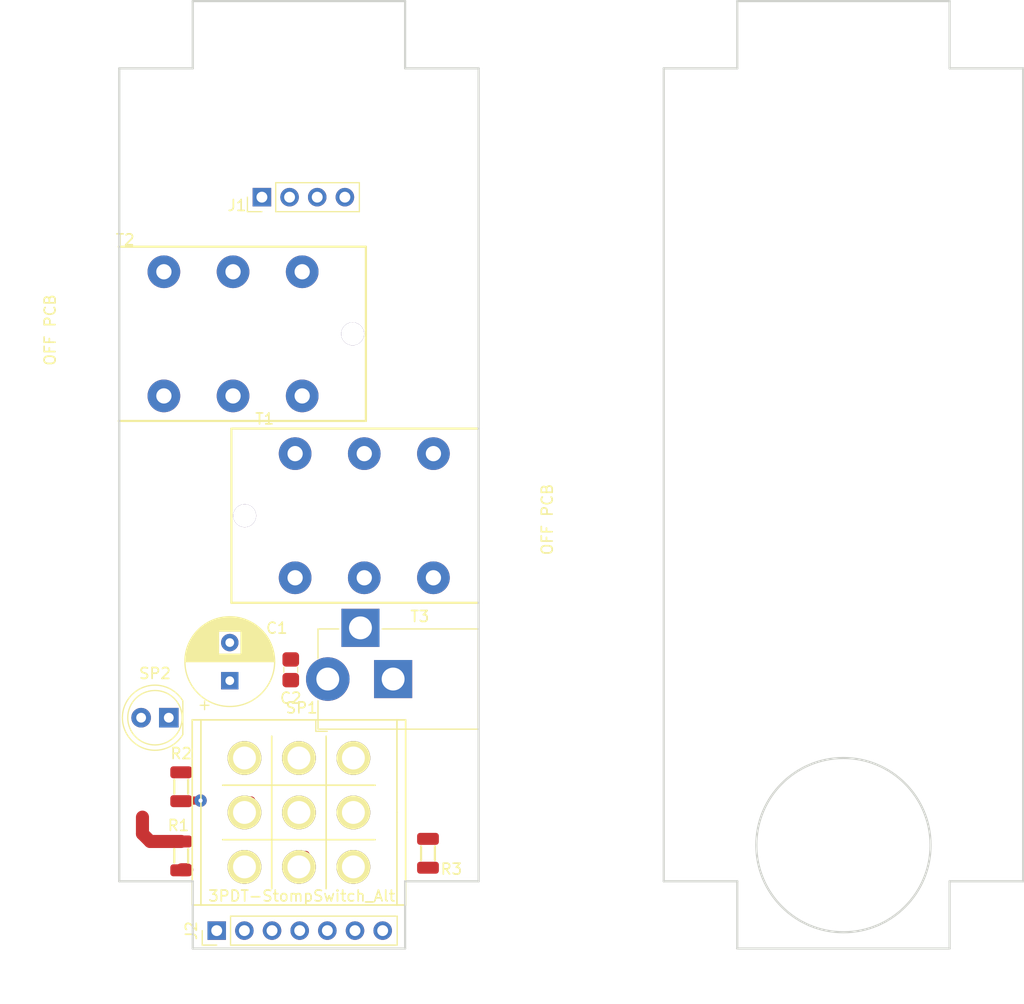
<source format=kicad_pcb>
(kicad_pcb (version 20221018) (generator pcbnew)
  (layers (0 "F.Cu" signal) (31 "B.Cu" signal) (34 "B.Paste" user) (35 "F.Paste" user) (36 "B.SilkS" user "B.Silkscreen") (37 "F.SilkS" user "F.Silkscreen") (38 "B.Mask" user) (39 "F.Mask" user) (44 "Edge.Cuts" user))
  (net 0 "")
  (net 1 "GND")
  (net 2 "+9V")
  (net 3 "Net-(R1-Pad2)")
  (net 4 "Net-(R1-Pad1)")
  (net 5 "Net-(T1-Pad5)")
  (net 6 "Net-(T1-Pad3)")
  (net 7 "Net-(T1-Pad2)")
  (net 8 "Net-(T1-Pad1)")
  (net 9 "Net-(T2-Pad5)")
  (net 10 "Net-(T2-Pad3)")
  (net 11 "Net-(T2-Pad2)")
  (net 12 "Net-(T2-Pad1)")
  (net 13 "/OUT")
  (net 14 "/IN")
  (net 15 "/Pedal_IN")
  (net 16 "/Pedal_OUT")
  (net 17 "/BYPASS")
  (net 18 "Net-(J2-Pad1)")
  (net 19 "Net-(J2-Pad2)")
  (net 20 "Net-(J2-Pad3)")
  (net 21 "Net-(J2-Pad4)")
  (net 22 "Net-(J2-Pad5)")
  (net 23 "Net-(J2-Pad6)")
  (net 24 "Net-(J2-Pad7)")
  (footprint "AVR-KiCAD-Lib-Capacitors:C0805" (layer "F.Cu") (at 99.25 108.9 90)
    (fp_text reference "C2" (at -2.6 0 180) (layer "F.SilkS"))
    (fp_text value "CL21B104KCFNNNE" hide)
    (fp_line (start -0.254 -0.635) (end 0.254 -0.635) (stroke (width 0.1)) (layer "F.SilkS"))
    (fp_line (start -0.254 0.635) (end 0.254 0.635) (stroke (width 0.1)) (layer "F.SilkS"))
    (pad "1" smd roundrect (at -0.95 0 90) (size 1.321 1.524) (layers "F.Cu" "F.Paste" "F.Mask") (net 2 "+9V"))
    (pad "2" smd roundrect (at 0.95 0 90) (size 1.321 1.524) (layers "F.Cu" "F.Paste" "F.Mask") (net 1 "GND"))
  )
  (footprint "Connector_PinHeader_2.54mm:PinHeader_1x04_P2.54mm_Vertical" (layer "F.Cu") (at 96.6 65.5 90)
    (fp_text reference "J1" (at -0.762 -2.286 180) (layer "F.SilkS"))
    (fp_text value "Conn_01x04_Female" hide)
    (fp_line (start -1.33 -1.33) (end 0 -1.33) (stroke (width 0.12)) (layer "F.SilkS"))
    (fp_line (start -1.33 0) (end -1.33 -1.33) (stroke (width 0.12)) (layer "F.SilkS"))
    (fp_line (start -1.33 1.27) (end -1.33 8.95) (stroke (width 0.12)) (layer "F.SilkS"))
    (fp_line (start -1.33 1.27) (end 1.33 1.27) (stroke (width 0.12)) (layer "F.SilkS"))
    (fp_line (start -1.33 8.95) (end 1.33 8.95) (stroke (width 0.12)) (layer "F.SilkS"))
    (fp_line (start 1.33 1.27) (end 1.33 8.95) (stroke (width 0.12)) (layer "F.SilkS"))
    (pad "1" thru_hole rect (at 0 0 90) (size 1.7 1.7) (drill 1) (layers "*.Cu" "*.Mask") (net 14 "/IN"))
    (pad "2" thru_hole oval (at 0 2.54 90) (size 1.7 1.7) (drill 1) (layers "*.Cu" "*.Mask") (net 1 "GND"))
    (pad "3" thru_hole oval (at 0 5.08 90) (size 1.7 1.7) (drill 1) (layers "*.Cu" "*.Mask") (net 2 "+9V"))
    (pad "4" thru_hole oval (at 0 7.62 90) (size 1.7 1.7) (drill 1) (layers "*.Cu" "*.Mask") (net 13 "/OUT"))
  )
  (footprint "AVR-KiCAD-Lib-Resistors:R1206" (layer "F.Cu") (at 89.188 125.988 90)
    (fp_text reference "R1" (at 2.794 -0.254) (layer "F.SilkS"))
    (fp_text value "RC1206FR-071KL" hide)
    (fp_line (start -0.635 -0.635) (end 0.635 -0.635) (stroke (width 0.2)) (layer "F.SilkS"))
    (fp_line (start 0.635 0.635) (end -0.635 0.635) (stroke (width 0.2)) (layer "F.SilkS"))
    (pad "1" smd roundrect (at -1.325 0 90) (size 1.1 2) (layers "F.Cu" "F.Paste" "F.Mask") (net 4 "Net-(R1-Pad1)"))
    (pad "2" smd roundrect (at 1.325 0 90) (size 1.1 2) (layers "F.Cu" "F.Paste" "F.Mask") (net 3 "Net-(R1-Pad2)"))
  )
  (footprint "AVR-KiCAD-Lib-Resistors:R1206" (layer "F.Cu") (at 89.188 119.638 -90)
    (fp_text reference "R2" (at -3.048 0 180) (layer "F.SilkS"))
    (fp_text value "RC1206FR-071ML" hide)
    (fp_line (start -0.635 -0.635) (end 0.635 -0.635) (stroke (width 0.2)) (layer "F.SilkS"))
    (fp_line (start 0.635 0.635) (end -0.635 0.635) (stroke (width 0.2)) (layer "F.SilkS"))
    (pad "1" smd roundrect (at -1.325 0 270) (size 1.1 2) (layers "F.Cu" "F.Paste" "F.Mask") (net 14 "/IN"))
    (pad "2" smd roundrect (at 1.325 0 270) (size 1.1 2) (layers "F.Cu" "F.Paste" "F.Mask") (net 1 "GND"))
  )
  (footprint "AVR-KiCAD-Lib-Diodesl:LED_D5.0mm" (layer "F.Cu") (at 88.05 113.3 180)
    (fp_text reference "SP2" (at 1.27 4.064 180) (layer "F.SilkS"))
    (fp_text value "HLMP-4700-C0002" hide)
    (fp_line (start -1.29 -1.545) (end -1.29 1.545) (stroke (width 0.12)) (layer "F.SilkS"))
    (fp_arc (start -1.29 -1.54483) (mid 2.072002 -2.880433) (end 4.26 0.000462) (stroke (width 0.12)) (layer "F.SilkS"))
    (fp_arc (start 4.26 -0.000462) (mid 2.072002 2.880433) (end -1.29 1.54483) (stroke (width 0.12)) (layer "F.SilkS"))
    (fp_circle (center 1.27 0) (end 3.77 0) (stroke (width 0.12)) (fill none) (layer "F.SilkS"))
    (pad "1" thru_hole rect (at 0 0 180) (size 1.8 1.8) (drill 0.9) (layers "*.Cu" "*.Mask") (net 3 "Net-(R1-Pad2)"))
    (pad "2" thru_hole circle (at 2.54 0 180) (size 1.8 1.8) (drill 0.9) (layers "*.Cu" "*.Mask") (net 2 "+9V"))
  )
  (footprint "AVR-KiCAD-Lib-Connectors:ACJS-MHDR" (layer "F.Cu") (at 106 94.75)
    (fp_text reference "T1" (at -9.144 -8.89) (layer "F.SilkS"))
    (fp_text value "ACJS-MHDR")
    (fp_text user "OFF PCB" (at 16.8 0.35 90) (layer "F.SilkS"))
    (fp_line (start -12.2 -8) (end 10.5 -8) (stroke (width 0.2)) (layer "F.SilkS"))
    (fp_line (start -12.2 8) (end -12.2 -8) (stroke (width 0.2)) (layer "F.SilkS"))
    (fp_line (start -12.2 8) (end 10.5 8) (stroke (width 0.2)) (layer "F.SilkS"))
    (pad "1" thru_hole circle (at 6.35 5.7) (size 3 3) (drill 1.4) (layers "*.Cu" "*.Mask") (net 8 "Net-(T1-Pad1)"))
    (pad "2" thru_hole circle (at 0 5.7) (size 3 3) (drill 1.4) (layers "*.Cu" "*.Mask") (net 7 "Net-(T1-Pad2)"))
    (pad "3" thru_hole circle (at -6.35 5.7) (size 3 3) (drill 1.4) (layers "*.Cu" "*.Mask") (net 6 "Net-(T1-Pad3)"))
    (pad "4" thru_hole circle (at 6.35 -5.7) (size 3 3) (drill 1.4) (layers "*.Cu" "*.Mask") (net 1 "GND"))
    (pad "5" thru_hole circle (at 0 -5.7) (size 3 3) (drill 1.4) (layers "*.Cu" "*.Mask") (net 5 "Net-(T1-Pad5)"))
    (pad "6" thru_hole circle (at -6.35 -5.7) (size 3 3) (drill 1.4) (layers "*.Cu" "*.Mask") (net 15 "/Pedal_IN"))
    (pad "7" thru_hole circle (at -10.98 0) (size 2.1 2.1) (drill 2.1) (layers "*.Cu" "*.Mask"))
  )
  (footprint "AVR-KiCAD-Lib-Special:Switches_Stomp_Switch_3PDT" (layer "F.Cu") (at 100 122)
    (fp_text reference "SP1" (at 0.254 -9.604) (layer "F.SilkS"))
    (fp_text value "3PDT-StompSwitch_Alt" (at 0.254 7.668) (layer "F.SilkS"))
    (fp_line (start -9.8 -8.5) (end -9 -8.5) (stroke (width 0.15)) (layer "F.SilkS"))
    (fp_line (start -9.8 8.5) (end -9.8 -8.5) (stroke (width 0.15)) (layer "F.SilkS"))
    (fp_line (start -9 -8.5) (end 9 -8.5) (stroke (width 0.15)) (layer "F.SilkS"))
    (fp_line (start -9 8.5) (end -9.8 8.5) (stroke (width 0.15)) (layer "F.SilkS"))
    (fp_line (start -9 8.5) (end -9 -8.5) (stroke (width 0.15)) (layer "F.SilkS"))
    (fp_line (start -9 8.5) (end 9 8.5) (stroke (width 0.15)) (layer "F.SilkS"))
    (fp_line (start -7 -2.5) (end 7 -2.5) (stroke (width 0.15)) (layer "F.SilkS"))
    (fp_line (start -2.5 -7) (end -2.5 7) (stroke (width 0.15)) (layer "F.SilkS"))
    (fp_line (start 2.5 7) (end 2.5 -7) (stroke (width 0.15)) (layer "F.SilkS"))
    (fp_line (start 7 2.5) (end -7 2.5) (stroke (width 0.15)) (layer "F.SilkS"))
    (fp_line (start 9 -8.5) (end 9 0) (stroke (width 0.15)) (layer "F.SilkS"))
    (fp_line (start 9 8.5) (end 9 0) (stroke (width 0.15)) (layer "F.SilkS"))
    (fp_line (start 9.8 -8.5) (end 9 -8.5) (stroke (width 0.15)) (layer "F.SilkS"))
    (fp_line (start 9.8 8.5) (end 9 8.5) (stroke (width 0.15)) (layer "F.SilkS"))
    (fp_line (start 9.8 8.5) (end 9.8 -8.5) (stroke (width 0.15)) (layer "F.SilkS"))
    (pad "1" thru_hole circle (at 5 -5) (size 3.1 3.1) (drill 2.1) (layers "*.Cu" "*.Mask" "F.SilkS") (net 17 "/BYPASS"))
    (pad "2" thru_hole circle (at 0 -5) (size 3.1 3.1) (drill 2.1) (layers "*.Cu" "*.Mask" "F.SilkS") (net 17 "/BYPASS"))
    (pad "3" thru_hole circle (at -5 -5) (size 3.1 3.1) (drill 2.1) (layers "*.Cu" "*.Mask" "F.SilkS") (net 14 "/IN"))
    (pad "4" thru_hole circle (at 5 0) (size 3.1 3.1) (drill 2.1) (layers "*.Cu" "*.Mask" "F.SilkS") (net 15 "/Pedal_IN"))
    (pad "5" thru_hole circle (at 0 0) (size 3.1 3.1) (drill 2.1) (layers "*.Cu" "*.Mask" "F.SilkS") (net 16 "/Pedal_OUT"))
    (pad "6" thru_hole circle (at -5 0) (size 3.1 3.1) (drill 2.1) (layers "*.Cu" "*.Mask" "F.SilkS") (net 1 "GND"))
    (pad "7" thru_hole circle (at 5 5) (size 3.1 3.1) (drill 2.1) (layers "*.Cu" "*.Mask" "F.SilkS") (net 14 "/IN"))
    (pad "8" thru_hole circle (at 0 5) (size 3.1 3.1) (drill 2.1) (layers "*.Cu" "*.Mask" "F.SilkS") (net 13 "/OUT"))
    (pad "9" thru_hole circle (at -5 5) (size 3.1 3.1) (drill 2.1) (layers "*.Cu" "*.Mask" "F.SilkS") (net 4 "Net-(R1-Pad1)"))
  )
  (footprint "AVR-KiCAD-Lib-Capacitors:CP_Radial_D8.0mm_P3.50mm" (layer "F.Cu") (at 93.65 109.9 90)
    (fp_text reference "C1" (at 4.826 4.318) (layer "F.SilkS"))
    (fp_text value "UFW1H101MPD" hide)
    (fp_line (start -2.659698 -2.315) (end -1.859698 -2.315) (stroke (width 0.12)) (layer "F.SilkS"))
    (fp_line (start -2.259698 -2.715) (end -2.259698 -1.915) (stroke (width 0.12)) (layer "F.SilkS"))
    (fp_line (start 1.75 -4.08) (end 1.75 4.08) (stroke (width 0.12)) (layer "F.SilkS"))
    (fp_line (start 1.79 -4.08) (end 1.79 4.08) (stroke (width 0.12)) (layer "F.SilkS"))
    (fp_line (start 1.83 -4.08) (end 1.83 4.08) (stroke (width 0.12)) (layer "F.SilkS"))
    (fp_line (start 1.87 -4.079) (end 1.87 4.079) (stroke (width 0.12)) (layer "F.SilkS"))
    (fp_line (start 1.91 -4.077) (end 1.91 4.077) (stroke (width 0.12)) (layer "F.SilkS"))
    (fp_line (start 1.95 -4.076) (end 1.95 4.076) (stroke (width 0.12)) (layer "F.SilkS"))
    (fp_line (start 1.99 -4.074) (end 1.99 4.074) (stroke (width 0.12)) (layer "F.SilkS"))
    (fp_line (start 2.03 -4.071) (end 2.03 4.071) (stroke (width 0.12)) (layer "F.SilkS"))
    (fp_line (start 2.07 -4.068) (end 2.07 4.068) (stroke (width 0.12)) (layer "F.SilkS"))
    (fp_line (start 2.11 -4.065) (end 2.11 4.065) (stroke (width 0.12)) (layer "F.SilkS"))
    (fp_line (start 2.15 -4.061) (end 2.15 4.061) (stroke (width 0.12)) (layer "F.SilkS"))
    (fp_line (start 2.19 -4.057) (end 2.19 4.057) (stroke (width 0.12)) (layer "F.SilkS"))
    (fp_line (start 2.23 -4.052) (end 2.23 4.052) (stroke (width 0.12)) (layer "F.SilkS"))
    (fp_line (start 2.27 -4.048) (end 2.27 4.048) (stroke (width 0.12)) (layer "F.SilkS"))
    (fp_line (start 2.31 -4.042) (end 2.31 4.042) (stroke (width 0.12)) (layer "F.SilkS"))
    (fp_line (start 2.35 -4.037) (end 2.35 4.037) (stroke (width 0.12)) (layer "F.SilkS"))
    (fp_line (start 2.39 -4.03) (end 2.39 4.03) (stroke (width 0.12)) (layer "F.SilkS"))
    (fp_line (start 2.43 -4.024) (end 2.43 4.024) (stroke (width 0.12)) (layer "F.SilkS"))
    (fp_line (start 2.471 -4.017) (end 2.471 -1.04) (stroke (width 0.12)) (layer "F.SilkS"))
    (fp_line (start 2.471 1.04) (end 2.471 4.017) (stroke (width 0.12)) (layer "F.SilkS"))
    (fp_line (start 2.511 -4.01) (end 2.511 -1.04) (stroke (width 0.12)) (layer "F.SilkS"))
    (fp_line (start 2.511 1.04) (end 2.511 4.01) (stroke (width 0.12)) (layer "F.SilkS"))
    (fp_line (start 2.551 -4.002) (end 2.551 -1.04) (stroke (width 0.12)) (layer "F.SilkS"))
    (fp_line (start 2.551 1.04) (end 2.551 4.002) (stroke (width 0.12)) (layer "F.SilkS"))
    (fp_line (start 2.591 -3.994) (end 2.591 -1.04) (stroke (width 0.12)) (layer "F.SilkS"))
    (fp_line (start 2.591 1.04) (end 2.591 3.994) (stroke (width 0.12)) (layer "F.SilkS"))
    (fp_line (start 2.631 -3.985) (end 2.631 -1.04) (stroke (width 0.12)) (layer "F.SilkS"))
    (fp_line (start 2.631 1.04) (end 2.631 3.985) (stroke (width 0.12)) (layer "F.SilkS"))
    (fp_line (start 2.671 -3.976) (end 2.671 -1.04) (stroke (width 0.12)) (layer "F.SilkS"))
    (fp_line (start 2.671 1.04) (end 2.671 3.976) (stroke (width 0.12)) (layer "F.SilkS"))
    (fp_line (start 2.711 -3.967) (end 2.711 -1.04) (stroke (width 0.12)) (layer "F.SilkS"))
    (fp_line (start 2.711 1.04) (end 2.711 3.967) (stroke (width 0.12)) (layer "F.SilkS"))
    (fp_line (start 2.751 -3.957) (end 2.751 -1.04) (stroke (width 0.12)) (layer "F.SilkS"))
    (fp_line (start 2.751 1.04) (end 2.751 3.957) (stroke (width 0.12)) (layer "F.SilkS"))
    (fp_line (start 2.791 -3.947) (end 2.791 -1.04) (stroke (width 0.12)) (layer "F.SilkS"))
    (fp_line (start 2.791 1.04) (end 2.791 3.947) (stroke (width 0.12)) (layer "F.SilkS"))
    (fp_line (start 2.831 -3.936) (end 2.831 -1.04) (stroke (width 0.12)) (layer "F.SilkS"))
    (fp_line (start 2.831 1.04) (end 2.831 3.936) (stroke (width 0.12)) (layer "F.SilkS"))
    (fp_line (start 2.871 -3.925) (end 2.871 -1.04) (stroke (width 0.12)) (layer "F.SilkS"))
    (fp_line (start 2.871 1.04) (end 2.871 3.925) (stroke (width 0.12)) (layer "F.SilkS"))
    (fp_line (start 2.911 -3.914) (end 2.911 -1.04) (stroke (width 0.12)) (layer "F.SilkS"))
    (fp_line (start 2.911 1.04) (end 2.911 3.914) (stroke (width 0.12)) (layer "F.SilkS"))
    (fp_line (start 2.951 -3.902) (end 2.951 -1.04) (stroke (width 0.12)) (layer "F.SilkS"))
    (fp_line (start 2.951 1.04) (end 2.951 3.902) (stroke (width 0.12)) (layer "F.SilkS"))
    (fp_line (start 2.991 -3.889) (end 2.991 -1.04) (stroke (width 0.12)) (layer "F.SilkS"))
    (fp_line (start 2.991 1.04) (end 2.991 3.889) (stroke (width 0.12)) (layer "F.SilkS"))
    (fp_line (start 3.031 -3.877) (end 3.031 -1.04) (stroke (width 0.12)) (layer "F.SilkS"))
    (fp_line (start 3.031 1.04) (end 3.031 3.877) (stroke (width 0.12)) (layer "F.SilkS"))
    (fp_line (start 3.071 -3.863) (end 3.071 -1.04) (stroke (width 0.12)) (layer "F.SilkS"))
    (fp_line (start 3.071 1.04) (end 3.071 3.863) (stroke (width 0.12)) (layer "F.SilkS"))
    (fp_line (start 3.111 -3.85) (end 3.111 -1.04) (stroke (width 0.12)) (layer "F.SilkS"))
    (fp_line (start 3.111 1.04) (end 3.111 3.85) (stroke (width 0.12)) (layer "F.SilkS"))
    (fp_line (start 3.151 -3.835) (end 3.151 -1.04) (stroke (width 0.12)) (layer "F.SilkS"))
    (fp_line (start 3.151 1.04) (end 3.151 3.835) (stroke (width 0.12)) (layer "F.SilkS"))
    (fp_line (start 3.191 -3.821) (end 3.191 -1.04) (stroke (width 0.12)) (layer "F.SilkS"))
    (fp_line (start 3.191 1.04) (end 3.191 3.821) (stroke (width 0.12)) (layer "F.SilkS"))
    (fp_line (start 3.231 -3.805) (end 3.231 -1.04) (stroke (width 0.12)) (layer "F.SilkS"))
    (fp_line (start 3.231 1.04) (end 3.231 3.805) (stroke (width 0.12)) (layer "F.SilkS"))
    (fp_line (start 3.271 -3.79) (end 3.271 -1.04) (stroke (width 0.12)) (layer "F.SilkS"))
    (fp_line (start 3.271 1.04) (end 3.271 3.79) (stroke (width 0.12)) (layer "F.SilkS"))
    (fp_line (start 3.311 -3.774) (end 3.311 -1.04) (stroke (width 0.12)) (layer "F.SilkS"))
    (fp_line (start 3.311 1.04) (end 3.311 3.774) (stroke (width 0.12)) (layer "F.SilkS"))
    (fp_line (start 3.351 -3.757) (end 3.351 -1.04) (stroke (width 0.12)) (layer "F.SilkS"))
    (fp_line (start 3.351 1.04) (end 3.351 3.757) (stroke (width 0.12)) (layer "F.SilkS"))
    (fp_line (start 3.391 -3.74) (end 3.391 -1.04) (stroke (width 0.12)) (layer "F.SilkS"))
    (fp_line (start 3.391 1.04) (end 3.391 3.74) (stroke (width 0.12)) (layer "F.SilkS"))
    (fp_line (start 3.431 -3.722) (end 3.431 -1.04) (stroke (width 0.12)) (layer "F.SilkS"))
    (fp_line (start 3.431 1.04) (end 3.431 3.722) (stroke (width 0.12)) (layer "F.SilkS"))
    (fp_line (start 3.471 -3.704) (end 3.471 -1.04) (stroke (width 0.12)) (layer "F.SilkS"))
    (fp_line (start 3.471 1.04) (end 3.471 3.704) (stroke (width 0.12)) (layer "F.SilkS"))
    (fp_line (start 3.511 -3.686) (end 3.511 -1.04) (stroke (width 0.12)) (layer "F.SilkS"))
    (fp_line (start 3.511 1.04) (end 3.511 3.686) (stroke (width 0.12)) (layer "F.SilkS"))
    (fp_line (start 3.551 -3.666) (end 3.551 -1.04) (stroke (width 0.12)) (layer "F.SilkS"))
    (fp_line (start 3.551 1.04) (end 3.551 3.666) (stroke (width 0.12)) (layer "F.SilkS"))
    (fp_line (start 3.591 -3.647) (end 3.591 -1.04) (stroke (width 0.12)) (layer "F.SilkS"))
    (fp_line (start 3.591 1.04) (end 3.591 3.647) (stroke (width 0.12)) (layer "F.SilkS"))
    (fp_line (start 3.631 -3.627) (end 3.631 -1.04) (stroke (width 0.12)) (layer "F.SilkS"))
    (fp_line (start 3.631 1.04) (end 3.631 3.627) (stroke (width 0.12)) (layer "F.SilkS"))
    (fp_line (start 3.671 -3.606) (end 3.671 -1.04) (stroke (width 0.12)) (layer "F.SilkS"))
    (fp_line (start 3.671 1.04) (end 3.671 3.606) (stroke (width 0.12)) (layer "F.SilkS"))
    (fp_line (start 3.711 -3.584) (end 3.711 -1.04) (stroke (width 0.12)) (layer "F.SilkS"))
    (fp_line (start 3.711 1.04) (end 3.711 3.584) (stroke (width 0.12)) (layer "F.SilkS"))
    (fp_line (start 3.751 -3.562) (end 3.751 -1.04) (stroke (width 0.12)) (layer "F.SilkS"))
    (fp_line (start 3.751 1.04) (end 3.751 3.562) (stroke (width 0.12)) (layer "F.SilkS"))
    (fp_line (start 3.791 -3.54) (end 3.791 -1.04) (stroke (width 0.12)) (layer "F.SilkS"))
    (fp_line (start 3.791 1.04) (end 3.791 3.54) (stroke (width 0.12)) (layer "F.SilkS"))
    (fp_line (start 3.831 -3.517) (end 3.831 -1.04) (stroke (width 0.12)) (layer "F.SilkS"))
    (fp_line (start 3.831 1.04) (end 3.831 3.517) (stroke (width 0.12)) (layer "F.SilkS"))
    (fp_line (start 3.871 -3.493) (end 3.871 -1.04) (stroke (width 0.12)) (layer "F.SilkS"))
    (fp_line (start 3.871 1.04) (end 3.871 3.493) (stroke (width 0.12)) (layer "F.SilkS"))
    (fp_line (start 3.911 -3.469) (end 3.911 -1.04) (stroke (width 0.12)) (layer "F.SilkS"))
    (fp_line (start 3.911 1.04) (end 3.911 3.469) (stroke (width 0.12)) (layer "F.SilkS"))
    (fp_line (start 3.951 -3.444) (end 3.951 -1.04) (stroke (width 0.12)) (layer "F.SilkS"))
    (fp_line (start 3.951 1.04) (end 3.951 3.444) (stroke (width 0.12)) (layer "F.SilkS"))
    (fp_line (start 3.991 -3.418) (end 3.991 -1.04) (stroke (width 0.12)) (layer "F.SilkS"))
    (fp_line (start 3.991 1.04) (end 3.991 3.418) (stroke (width 0.12)) (layer "F.SilkS"))
    (fp_line (start 4.031 -3.392) (end 4.031 -1.04) (stroke (width 0.12)) (layer "F.SilkS"))
    (fp_line (start 4.031 1.04) (end 4.031 3.392) (stroke (width 0.12)) (layer "F.SilkS"))
    (fp_line (start 4.071 -3.365) (end 4.071 -1.04) (stroke (width 0.12)) (layer "F.SilkS"))
    (fp_line (start 4.071 1.04) (end 4.071 3.365) (stroke (width 0.12)) (layer "F.SilkS"))
    (fp_line (start 4.111 -3.338) (end 4.111 -1.04) (stroke (width 0.12)) (layer "F.SilkS"))
    (fp_line (start 4.111 1.04) (end 4.111 3.338) (stroke (width 0.12)) (layer "F.SilkS"))
    (fp_line (start 4.151 -3.309) (end 4.151 -1.04) (stroke (width 0.12)) (layer "F.SilkS"))
    (fp_line (start 4.151 1.04) (end 4.151 3.309) (stroke (width 0.12)) (layer "F.SilkS"))
    (fp_line (start 4.191 -3.28) (end 4.191 -1.04) (stroke (width 0.12)) (layer "F.SilkS"))
    (fp_line (start 4.191 1.04) (end 4.191 3.28) (stroke (width 0.12)) (layer "F.SilkS"))
    (fp_line (start 4.231 -3.25) (end 4.231 -1.04) (stroke (width 0.12)) (layer "F.SilkS"))
    (fp_line (start 4.231 1.04) (end 4.231 3.25) (stroke (width 0.12)) (layer "F.SilkS"))
    (fp_line (start 4.271 -3.22) (end 4.271 -1.04) (stroke (width 0.12)) (layer "F.SilkS"))
    (fp_line (start 4.271 1.04) (end 4.271 3.22) (stroke (width 0.12)) (layer "F.SilkS"))
    (fp_line (start 4.311 -3.189) (end 4.311 -1.04) (stroke (width 0.12)) (layer "F.SilkS"))
    (fp_line (start 4.311 1.04) (end 4.311 3.189) (stroke (width 0.12)) (layer "F.SilkS"))
    (fp_line (start 4.351 -3.156) (end 4.351 -1.04) (stroke (width 0.12)) (layer "F.SilkS"))
    (fp_line (start 4.351 1.04) (end 4.351 3.156) (stroke (width 0.12)) (layer "F.SilkS"))
    (fp_line (start 4.391 -3.124) (end 4.391 -1.04) (stroke (width 0.12)) (layer "F.SilkS"))
    (fp_line (start 4.391 1.04) (end 4.391 3.124) (stroke (width 0.12)) (layer "F.SilkS"))
    (fp_line (start 4.431 -3.09) (end 4.431 -1.04) (stroke (width 0.12)) (layer "F.SilkS"))
    (fp_line (start 4.431 1.04) (end 4.431 3.09) (stroke (width 0.12)) (layer "F.SilkS"))
    (fp_line (start 4.471 -3.055) (end 4.471 -1.04) (stroke (width 0.12)) (layer "F.SilkS"))
    (fp_line (start 4.471 1.04) (end 4.471 3.055) (stroke (width 0.12)) (layer "F.SilkS"))
    (fp_line (start 4.511 -3.019) (end 4.511 -1.04) (stroke (width 0.12)) (layer "F.SilkS"))
    (fp_line (start 4.511 1.04) (end 4.511 3.019) (stroke (width 0.12)) (layer "F.SilkS"))
    (fp_line (start 4.551 -2.983) (end 4.551 2.983) (stroke (width 0.12)) (layer "F.SilkS"))
    (fp_line (start 4.591 -2.945) (end 4.591 2.945) (stroke (width 0.12)) (layer "F.SilkS"))
    (fp_line (start 4.631 -2.907) (end 4.631 2.907) (stroke (width 0.12)) (layer "F.SilkS"))
    (fp_line (start 4.671 -2.867) (end 4.671 2.867) (stroke (width 0.12)) (layer "F.SilkS"))
    (fp_line (start 4.711 -2.826) (end 4.711 2.826) (stroke (width 0.12)) (layer "F.SilkS"))
    (fp_line (start 4.751 -2.784) (end 4.751 2.784) (stroke (width 0.12)) (layer "F.SilkS"))
    (fp_line (start 4.791 -2.741) (end 4.791 2.741) (stroke (width 0.12)) (layer "F.SilkS"))
    (fp_line (start 4.831 -2.697) (end 4.831 2.697) (stroke (width 0.12)) (layer "F.SilkS"))
    (fp_line (start 4.871 -2.651) (end 4.871 2.651) (stroke (width 0.12)) (layer "F.SilkS"))
    (fp_line (start 4.911 -2.604) (end 4.911 2.604) (stroke (width 0.12)) (layer "F.SilkS"))
    (fp_line (start 4.951 -2.556) (end 4.951 2.556) (stroke (width 0.12)) (layer "F.SilkS"))
    (fp_line (start 4.991 -2.505) (end 4.991 2.505) (stroke (width 0.12)) (layer "F.SilkS"))
    (fp_line (start 5.031 -2.454) (end 5.031 2.454) (stroke (width 0.12)) (layer "F.SilkS"))
    (fp_line (start 5.071 -2.4) (end 5.071 2.4) (stroke (width 0.12)) (layer "F.SilkS"))
    (fp_line (start 5.111 -2.345) (end 5.111 2.345) (stroke (width 0.12)) (layer "F.SilkS"))
    (fp_line (start 5.151 -2.287) (end 5.151 2.287) (stroke (width 0.12)) (layer "F.SilkS"))
    (fp_line (start 5.191 -2.228) (end 5.191 2.228) (stroke (width 0.12)) (layer "F.SilkS"))
    (fp_line (start 5.231 -2.166) (end 5.231 2.166) (stroke (width 0.12)) (layer "F.SilkS"))
    (fp_line (start 5.271 -2.102) (end 5.271 2.102) (stroke (width 0.12)) (layer "F.SilkS"))
    (fp_line (start 5.311 -2.034) (end 5.311 2.034) (stroke (width 0.12)) (layer "F.SilkS"))
    (fp_line (start 5.351 -1.964) (end 5.351 1.964) (stroke (width 0.12)) (layer "F.SilkS"))
    (fp_line (start 5.391 -1.89) (end 5.391 1.89) (stroke (width 0.12)) (layer "F.SilkS"))
    (fp_line (start 5.431 -1.813) (end 5.431 1.813) (stroke (width 0.12)) (layer "F.SilkS"))
    (fp_line (start 5.471 -1.731) (end 5.471 1.731) (stroke (width 0.12)) (layer "F.SilkS"))
    (fp_line (start 5.511 -1.645) (end 5.511 1.645) (stroke (width 0.12)) (layer "F.SilkS"))
    (fp_line (start 5.551 -1.552) (end 5.551 1.552) (stroke (width 0.12)) (layer "F.SilkS"))
    (fp_line (start 5.591 -1.453) (end 5.591 1.453) (stroke (width 0.12)) (layer "F.SilkS"))
    (fp_line (start 5.631 -1.346) (end 5.631 1.346) (stroke (width 0.12)) (layer "F.SilkS"))
    (fp_line (start 5.671 -1.229) (end 5.671 1.229) (stroke (width 0.12)) (layer "F.SilkS"))
    (fp_line (start 5.711 -1.098) (end 5.711 1.098) (stroke (width 0.12)) (layer "F.SilkS"))
    (fp_line (start 5.751 -0.948) (end 5.751 0.948) (stroke (width 0.12)) (layer "F.SilkS"))
    (fp_line (start 5.791 -0.768) (end 5.791 0.768) (stroke (width 0.12)) (layer "F.SilkS"))
    (fp_line (start 5.831 -0.533) (end 5.831 0.533) (stroke (width 0.12)) (layer "F.SilkS"))
    (fp_circle (center 1.75 0) (end 5.87 0) (stroke (width 0.12)) (fill none) (layer "F.SilkS"))
    (pad "1" thru_hole rect (at 0 0 90) (size 1.6 1.6) (drill 0.8) (layers "*.Cu" "*.Mask") (net 2 "+9V"))
    (pad "2" thru_hole circle (at 3.5 0 90) (size 1.6 1.6) (drill 0.8) (layers "*.Cu" "*.Mask") (net 1 "GND"))
  )
  (footprint "AVR-KiCAD-Lib-Connectors:ACJS-MHDR" (layer "F.Cu") (at 93.95 78.05 180)
    (fp_text reference "T2" (at 9.906 8.636 180) (layer "F.SilkS"))
    (fp_text value "ACJS-MHDR")
    (fp_text user "OFF PCB" (at 16.8 0.35 270) (layer "F.SilkS"))
    (fp_line (start -12.2 -8) (end 10.5 -8) (stroke (width 0.2)) (layer "F.SilkS"))
    (fp_line (start -12.2 8) (end -12.2 -8) (stroke (width 0.2)) (layer "F.SilkS"))
    (fp_line (start -12.2 8) (end 10.5 8) (stroke (width 0.2)) (layer "F.SilkS"))
    (pad "1" thru_hole circle (at 6.35 5.7 180) (size 3 3) (drill 1.4) (layers "*.Cu" "*.Mask") (net 12 "Net-(T2-Pad1)"))
    (pad "2" thru_hole circle (at 0 5.7 180) (size 3 3) (drill 1.4) (layers "*.Cu" "*.Mask") (net 11 "Net-(T2-Pad2)"))
    (pad "3" thru_hole circle (at -6.35 5.7 180) (size 3 3) (drill 1.4) (layers "*.Cu" "*.Mask") (net 10 "Net-(T2-Pad3)"))
    (pad "4" thru_hole circle (at 6.35 -5.7 180) (size 3 3) (drill 1.4) (layers "*.Cu" "*.Mask") (net 1 "GND"))
    (pad "5" thru_hole circle (at 0 -5.7 180) (size 3 3) (drill 1.4) (layers "*.Cu" "*.Mask") (net 9 "Net-(T2-Pad5)"))
    (pad "6" thru_hole circle (at -6.35 -5.7 180) (size 3 3) (drill 1.4) (layers "*.Cu" "*.Mask") (net 16 "/Pedal_OUT"))
    (pad "7" thru_hole circle (at -10.98 0 180) (size 2.1 2.1) (drill 2.1) (layers "*.Cu" "*.Mask"))
  )
  (footprint "AVR-KiCAD-Lib-Resistors:R1206" (layer "F.Cu") (at 111.85 125.75 90)
    (fp_text reference "R3" (at -1.45 2.15) (layer "F.SilkS"))
    (fp_text value "RC1206FR-071ML" hide)
    (fp_line (start -0.635 -0.635) (end 0.635 -0.635) (stroke (width 0.2)) (layer "F.SilkS"))
    (fp_line (start 0.635 0.635) (end -0.635 0.635) (stroke (width 0.2)) (layer "F.SilkS"))
    (pad "1" smd roundrect (at -1.325 0 90) (size 1.1 2) (layers "F.Cu" "F.Paste" "F.Mask") (net 13 "/OUT"))
    (pad "2" smd roundrect (at 1.325 0 90) (size 1.1 2) (layers "F.Cu" "F.Paste" "F.Mask") (net 1 "GND"))
  )
  (footprint "AVR-KiCAD-Lib-Connectors:BarrelJack_Horizontal" (layer "F.Cu") (at 102.65 109.75 180)
    (fp_text reference "T3" (at -8.45 5.75) (layer "F.SilkS"))
    (fp_text value "54-00129")
    (fp_line (start -13.8 -4.6) (end 0.9 -4.6) (stroke (width 0.12)) (layer "F.SilkS"))
    (fp_line (start -13.8 4.6) (end -13.8 -4.6) (stroke (width 0.12)) (layer "F.SilkS"))
    (fp_line (start -5 4.6) (end -13.8 4.6) (stroke (width 0.12)) (layer "F.SilkS"))
    (fp_line (start 0.05 -4.8) (end 1.1 -4.8) (stroke (width 0.12)) (layer "F.SilkS"))
    (fp_line (start 0.9 -4.6) (end 0.9 -2) (stroke (width 0.12)) (layer "F.SilkS"))
    (fp_line (start 0.9 1.9) (end 0.9 4.6) (stroke (width 0.12)) (layer "F.SilkS"))
    (fp_line (start 0.9 4.6) (end -1 4.6) (stroke (width 0.12)) (layer "F.SilkS"))
    (fp_line (start 1.1 -3.75) (end 1.1 -4.8) (stroke (width 0.12)) (layer "F.SilkS"))
    (pad "1" thru_hole circle (at 0 0 180) (size 4 4) (drill 2.1) (layers "*.Cu" "*.Mask") (net 2 "+9V"))
    (pad "2" thru_hole rect (at -6 0 180) (size 3.5 3.5) (drill 2.1) (layers "*.Cu" "*.Mask") (net 1 "GND"))
    (pad "3" thru_hole rect (at -3 4.7 180) (size 3.5 3.5) (drill 2.1) (layers "*.Cu" "*.Mask") (net 1 "GND"))
  )
  (footprint "Pin_Headers:Pin_Header_Straight_1x07_Pitch2.54mm" (layer "F.Cu") (at 92.45 132.85 90)
    (fp_text reference "J2" (at 0 -2.33 90) (layer "F.SilkS"))
    (fp_text value "Conn_01x07_Male")
    (fp_line (start -1.33 -1.33) (end 0 -1.33) (stroke (width 0.12)) (layer "F.SilkS"))
    (fp_line (start -1.33 0) (end -1.33 -1.33) (stroke (width 0.12)) (layer "F.SilkS"))
    (fp_line (start -1.33 1.27) (end -1.33 16.57) (stroke (width 0.12)) (layer "F.SilkS"))
    (fp_line (start -1.33 1.27) (end 1.33 1.27) (stroke (width 0.12)) (layer "F.SilkS"))
    (fp_line (start -1.33 16.57) (end 1.33 16.57) (stroke (width 0.12)) (layer "F.SilkS"))
    (fp_line (start 1.33 1.27) (end 1.33 16.57) (stroke (width 0.12)) (layer "F.SilkS"))
    (pad "1" thru_hole rect (at 0 0 90) (size 1.7 1.7) (drill 1) (layers "*.Cu" "*.Mask") (net 18 "Net-(J2-Pad1)"))
    (pad "2" thru_hole oval (at 0 2.54 90) (size 1.7 1.7) (drill 1) (layers "*.Cu" "*.Mask") (net 19 "Net-(J2-Pad2)"))
    (pad "3" thru_hole oval (at 0 5.08 90) (size 1.7 1.7) (drill 1) (layers "*.Cu" "*.Mask") (net 20 "Net-(J2-Pad3)"))
    (pad "4" thru_hole oval (at 0 7.62 90) (size 1.7 1.7) (drill 1) (layers "*.Cu" "*.Mask") (net 21 "Net-(J2-Pad4)"))
    (pad "5" thru_hole oval (at 0 10.16 90) (size 1.7 1.7) (drill 1) (layers "*.Cu" "*.Mask") (net 22 "Net-(J2-Pad5)"))
    (pad "6" thru_hole oval (at 0 12.7 90) (size 1.7 1.7) (drill 1) (layers "*.Cu" "*.Mask") (net 23 "Net-(J2-Pad6)"))
    (pad "7" thru_hole oval (at 0 15.24 90) (size 1.7 1.7) (drill 1) (layers "*.Cu" "*.Mask") (net 24 "Net-(J2-Pad7)"))
  )
  (gr_line (start 133.5 53.669586) (end 140.25 53.669586) (stroke (width 0.2)) (layer "Edge.Cuts"))
  (gr_line (start 109.75 47.494586) (end 109.75 53.669586) (stroke (width 0.2)) (layer "Edge.Cuts"))
  (gr_line (start 109.75 134.494586) (end 109.75 128.319586) (stroke (width 0.2)) (layer "Edge.Cuts"))
  (gr_line (start 109.75 128.319586) (end 116.5 128.319586) (stroke (width 0.2)) (layer "Edge.Cuts"))
  (gr_line (start 166.5 128.319586) (end 166.5 53.669586) (stroke (width 0.2)) (layer "Edge.Cuts"))
  (gr_line (start 140.25 134.494586) (end 140.25 128.319586) (stroke (width 0.2)) (layer "Edge.Cuts"))
  (gr_line (start 90.25 47.494586) (end 109.75 47.494586) (stroke (width 0.2)) (layer "Edge.Cuts"))
  (gr_line (start 159.75 47.494586) (end 159.75 53.669586) (stroke (width 0.2)) (layer "Edge.Cuts"))
  (gr_line (start 90.25 134.494586) (end 90.25 128.319586) (stroke (width 0.2)) (layer "Edge.Cuts"))
  (gr_line (start 140.25 47.494586) (end 159.75 47.494586) (stroke (width 0.2)) (layer "Edge.Cuts"))
  (gr_line (start 159.75 53.669586) (end 166.5 53.669586) (stroke (width 0.2)) (layer "Edge.Cuts"))
  (gr_line (start 116.5 128.319586) (end 116.5 53.669586) (stroke (width 0.2)) (layer "Edge.Cuts"))
  (gr_line (start 133.5 128.319586) (end 133.5 53.669586) (stroke (width 0.2)) (layer "Edge.Cuts"))
  (gr_line (start 109.75 53.669586) (end 116.5 53.669586) (stroke (width 0.2)) (layer "Edge.Cuts"))
  (gr_line (start 90.25 53.669586) (end 90.25 47.494586) (stroke (width 0.2)) (layer "Edge.Cuts"))
  (gr_line (start 83.5 53.669586) (end 90.25 53.669586) (stroke (width 0.2)) (layer "Edge.Cuts"))
  (gr_line (start 90.25 128.319586) (end 83.5 128.319586) (stroke (width 0.2)) (layer "Edge.Cuts"))
  (gr_line (start 140.25 53.669586) (end 140.25 47.494586) (stroke (width 0.2)) (layer "Edge.Cuts"))
  (gr_line (start 140.25 128.319586) (end 133.5 128.319586) (stroke (width 0.2)) (layer "Edge.Cuts"))
  (gr_line (start 159.75 128.319586) (end 166.5 128.319586) (stroke (width 0.2)) (layer "Edge.Cuts"))
  (gr_line (start 159.75 134.494586) (end 159.75 128.319586) (stroke (width 0.2)) (layer "Edge.Cuts"))
  (gr_line (start 83.5 128.319586) (end 83.5 53.669586) (stroke (width 0.2)) (layer "Edge.Cuts"))
  (gr_circle (center 150 125) (end 158 125) (stroke (width 0.2)) (fill none) (layer "Edge.Cuts"))
  (gr_line (start 109.75 134.494586) (end 90.25 134.494586) (stroke (width 0.2)) (layer "Edge.Cuts"))
  (gr_line (start 159.75 134.494586) (end 140.25 134.494586) (stroke (width 0.2)) (layer "Edge.Cuts"))
  (segment (start 95.618 122.258) (end 95.618 120.9) (width 0.25) (layer "F.Cu") (net 1))
  (segment (start 90.966 120.908) (end 89.243 120.908) (width 0.75) (layer "F.Cu") (net 1))
  (segment (start 95.538 120.82) (end 95.618 120.9) (width 0.25) (layer "F.Cu") (net 1))
  (segment (start 95.546 120.9) (end 95.618 120.9) (width 0.75) (layer "F.Cu") (net 1))
  (segment (start 89.243 120.908) (end 89.188 120.963) (width 0.25) (layer "F.Cu") (net 1))
  (via (at 90.966 120.908) (size 1.143) (drill 0.381) (layers "F.Cu" "B.Cu") (net 1))
  (segment (start 86.339 124.663) (end 85.632 123.956) (width 1.2) (layer "F.Cu") (net 3))
  (segment (start 89.188 124.663) (end 86.339 124.663) (width 1.2) (layer "F.Cu") (net 3))
  (segment (start 85.632 123.956) (end 85.632 122.432) (width 1.2) (layer "F.Cu") (net 3))
  (segment (start 89.696 127.258) (end 89.243 127.258) (width 1.2) (layer "F.Cu") (net 4))
  (segment (start 89.243 127.258) (end 89.188 127.313) (width 0.25) (layer "F.Cu") (net 4))
  (segment (start 100.618 125.9) (end 100.6 125.9) (width 0.75) (layer "F.Cu") (net 13))
)
</source>
